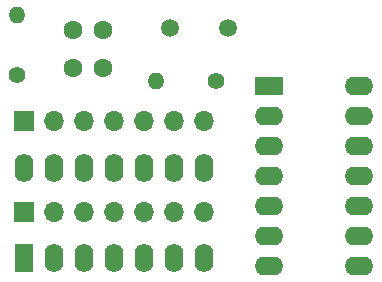
<source format=gbr>
%TF.GenerationSoftware,KiCad,Pcbnew,7.0.9+1*%
%TF.CreationDate,2023-12-23T17:09:26+01:00*%
%TF.ProjectId,PCB_external_oscillator,5043425f-6578-4746-9572-6e616c5f6f73,rev?*%
%TF.SameCoordinates,Original*%
%TF.FileFunction,Soldermask,Top*%
%TF.FilePolarity,Negative*%
%FSLAX46Y46*%
G04 Gerber Fmt 4.6, Leading zero omitted, Abs format (unit mm)*
G04 Created by KiCad (PCBNEW 7.0.9+1) date 2023-12-23 17:09:26*
%MOMM*%
%LPD*%
G01*
G04 APERTURE LIST*
%ADD10O,1.700000X1.700000*%
%ADD11R,1.700000X1.700000*%
%ADD12C,1.500000*%
%ADD13O,1.600000X2.400000*%
%ADD14R,1.600000X2.400000*%
%ADD15C,1.600000*%
%ADD16C,1.400000*%
%ADD17O,1.400000X1.400000*%
%ADD18O,2.400000X1.600000*%
%ADD19R,2.400000X1.600000*%
G04 APERTURE END LIST*
D10*
%TO.C,J2*%
X53975000Y-46177200D03*
X51435000Y-46177200D03*
X48895000Y-46177200D03*
X46355000Y-46177200D03*
X43815000Y-46177200D03*
X41275000Y-46177200D03*
D11*
X38735000Y-46177200D03*
%TD*%
D10*
%TO.C,J1*%
X53949600Y-38481000D03*
X51409600Y-38481000D03*
X48869600Y-38481000D03*
X46329600Y-38481000D03*
X43789600Y-38481000D03*
X41249600Y-38481000D03*
D11*
X38709600Y-38481000D03*
%TD*%
D12*
%TO.C,Y1*%
X55935000Y-30665200D03*
X51055000Y-30665200D03*
%TD*%
D13*
%TO.C,74LS86*%
X38727600Y-42450800D03*
X41267600Y-42450800D03*
X43807600Y-42450800D03*
X46347600Y-42450800D03*
X48887600Y-42450800D03*
X51427600Y-42450800D03*
X53967600Y-42450800D03*
X53967600Y-50070800D03*
X51427600Y-50070800D03*
X48887600Y-50070800D03*
X46347600Y-50070800D03*
X43807600Y-50070800D03*
X41267600Y-50070800D03*
D14*
X38727600Y-50070800D03*
%TD*%
D15*
%TO.C,C1*%
X45357000Y-33992600D03*
X42857000Y-33992600D03*
%TD*%
D16*
%TO.C,R1*%
X54940200Y-35102800D03*
D17*
X49860200Y-35102800D03*
%TD*%
D18*
%TO.C,U1*%
X67056000Y-35534600D03*
X67056000Y-38074600D03*
X67056000Y-40614600D03*
X67056000Y-43154600D03*
X67056000Y-45694600D03*
X67056000Y-48234600D03*
X67056000Y-50774600D03*
X59436000Y-50774600D03*
X59436000Y-48234600D03*
X59436000Y-45694600D03*
X59436000Y-43154600D03*
X59436000Y-40614600D03*
X59436000Y-38074600D03*
D19*
X59436000Y-35534600D03*
%TD*%
D16*
%TO.C,R2*%
X38143400Y-34627600D03*
D17*
X38143400Y-29547600D03*
%TD*%
D15*
%TO.C,C2*%
X42869800Y-30835600D03*
X45369800Y-30835600D03*
%TD*%
M02*

</source>
